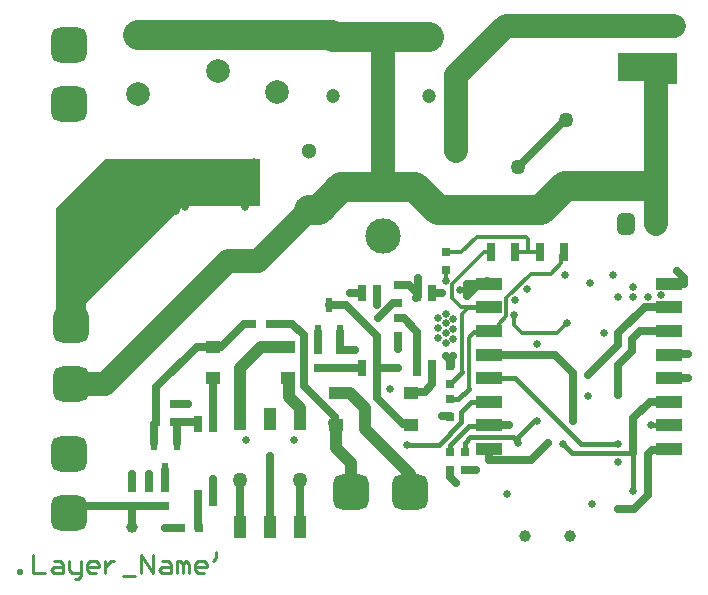
<source format=gtl>
G04*
G04 #@! TF.GenerationSoftware,Altium Limited,Altium Designer,19.0.14 (431)*
G04*
G04 Layer_Physical_Order=1*
G04 Layer_Color=255*
%FSLAX25Y25*%
%MOIN*%
G70*
G01*
G75*
%ADD15C,0.01000*%
%ADD23R,0.03000X0.03000*%
%ADD24R,0.03150X0.06000*%
%ADD25R,0.03000X0.03000*%
%ADD26R,0.08858X0.03937*%
%ADD27R,0.02362X0.04528*%
%ADD28R,0.03937X0.07480*%
%ADD29R,0.04724X0.03937*%
%ADD30R,0.03150X0.05512*%
%ADD31C,0.03937*%
%ADD32R,0.01575X0.02756*%
%ADD50C,0.01500*%
%ADD51C,0.01200*%
%ADD52C,0.08000*%
%ADD53C,0.02500*%
%ADD54C,0.04000*%
%ADD55C,0.10000*%
%ADD56C,0.11811*%
G04:AMPARAMS|DCode=57|XSize=118.11mil|YSize=118.11mil|CornerRadius=29.53mil|HoleSize=0mil|Usage=FLASHONLY|Rotation=0.000|XOffset=0mil|YOffset=0mil|HoleType=Round|Shape=RoundedRectangle|*
%AMROUNDEDRECTD57*
21,1,0.11811,0.05906,0,0,0.0*
21,1,0.05906,0.11811,0,0,0.0*
1,1,0.05906,0.02953,-0.02953*
1,1,0.05906,-0.02953,-0.02953*
1,1,0.05906,-0.02953,0.02953*
1,1,0.05906,0.02953,0.02953*
%
%ADD57ROUNDEDRECTD57*%
%ADD58C,0.05118*%
%ADD59C,0.04724*%
%ADD60C,0.07874*%
G04:AMPARAMS|DCode=61|XSize=118.11mil|YSize=118.11mil|CornerRadius=29.53mil|HoleSize=0mil|Usage=FLASHONLY|Rotation=270.000|XOffset=0mil|YOffset=0mil|HoleType=Round|Shape=RoundedRectangle|*
%AMROUNDEDRECTD61*
21,1,0.11811,0.05906,0,0,270.0*
21,1,0.05906,0.11811,0,0,270.0*
1,1,0.05906,-0.02953,-0.02953*
1,1,0.05906,-0.02953,0.02953*
1,1,0.05906,0.02953,0.02953*
1,1,0.05906,0.02953,-0.02953*
%
%ADD61ROUNDEDRECTD61*%
G04:AMPARAMS|DCode=62|XSize=59.06mil|YSize=70.87mil|CornerRadius=14.76mil|HoleSize=0mil|Usage=FLASHONLY|Rotation=0.000|XOffset=0mil|YOffset=0mil|HoleType=Round|Shape=RoundedRectangle|*
%AMROUNDEDRECTD62*
21,1,0.05906,0.04134,0,0,0.0*
21,1,0.02953,0.07087,0,0,0.0*
1,1,0.02953,0.01476,-0.02067*
1,1,0.02953,-0.01476,-0.02067*
1,1,0.02953,-0.01476,0.02067*
1,1,0.02953,0.01476,0.02067*
%
%ADD62ROUNDEDRECTD62*%
%ADD63C,0.02500*%
%ADD64C,0.05000*%
G36*
X82000Y114000D02*
X56500Y114000D01*
X24000Y81500D01*
Y69000D01*
X14000D01*
X14000Y113000D01*
X30500Y129500D01*
X82000Y129500D01*
X82000Y114000D01*
D02*
G37*
G36*
X221000Y154500D02*
X214000D01*
X213000Y155500D01*
X201500D01*
Y165000D01*
X221000D01*
Y154500D01*
D02*
G37*
D15*
X1500Y-8500D02*
Y-7500D01*
X2500D01*
Y-8500D01*
X1500D01*
X6498Y-2502D02*
Y-8500D01*
X10497D01*
X13496Y-4501D02*
X15495D01*
X16495Y-5501D01*
Y-8500D01*
X13496D01*
X12496Y-7500D01*
X13496Y-6501D01*
X16495D01*
X18495Y-4501D02*
Y-7500D01*
X19494Y-8500D01*
X22493D01*
Y-9500D01*
X21494Y-10499D01*
X20494D01*
X22493Y-8500D02*
Y-4501D01*
X27492Y-8500D02*
X25492D01*
X24493Y-7500D01*
Y-5501D01*
X25492Y-4501D01*
X27492D01*
X28491Y-5501D01*
Y-6501D01*
X24493D01*
X30491Y-4501D02*
Y-8500D01*
Y-6501D01*
X31490Y-5501D01*
X32490Y-4501D01*
X33490D01*
X36489Y-9500D02*
X40487D01*
X42487Y-8500D02*
Y-2502D01*
X46485Y-8500D01*
Y-2502D01*
X49485Y-4501D02*
X51484D01*
X52483Y-5501D01*
Y-8500D01*
X49485D01*
X48485Y-7500D01*
X49485Y-6501D01*
X52483D01*
X54483Y-8500D02*
Y-4501D01*
X55483D01*
X56482Y-5501D01*
Y-8500D01*
Y-5501D01*
X57482Y-4501D01*
X58482Y-5501D01*
Y-8500D01*
X63480D02*
X61481D01*
X60481Y-7500D01*
Y-5501D01*
X61481Y-4501D01*
X63480D01*
X64480Y-5501D01*
Y-6501D01*
X60481D01*
X67479Y-1502D02*
Y-3502D01*
X66479Y-4501D01*
D23*
X143900Y92452D02*
D03*
Y98452D02*
D03*
X47500Y48000D02*
D03*
X53500D02*
D03*
X108740Y66048D02*
D03*
Y60048D02*
D03*
X101260Y59952D02*
D03*
Y65952D02*
D03*
X128000Y70500D02*
D03*
Y76500D02*
D03*
Y87548D02*
D03*
Y81548D02*
D03*
X145500Y54452D02*
D03*
Y60452D02*
D03*
Y43752D02*
D03*
Y49752D02*
D03*
X150400Y26052D02*
D03*
Y32052D02*
D03*
X145500Y32048D02*
D03*
Y26048D02*
D03*
X50500Y20048D02*
D03*
Y14048D02*
D03*
D24*
X159099Y98500D02*
D03*
X167099D02*
D03*
X183501Y98500D02*
D03*
X175501D02*
D03*
D25*
X85448Y74600D02*
D03*
X79448D02*
D03*
X47452Y42000D02*
D03*
X53452D02*
D03*
X45000Y20000D02*
D03*
Y14000D02*
D03*
X39500D02*
D03*
Y20000D02*
D03*
X61548Y6500D02*
D03*
X55548D02*
D03*
D26*
X158480Y88059D02*
D03*
Y80185D02*
D03*
Y72311D02*
D03*
Y64437D02*
D03*
Y56563D02*
D03*
Y48689D02*
D03*
Y40815D02*
D03*
Y32941D02*
D03*
X218520D02*
D03*
Y40815D02*
D03*
Y48689D02*
D03*
Y56563D02*
D03*
Y64437D02*
D03*
Y72311D02*
D03*
Y80185D02*
D03*
Y88059D02*
D03*
D27*
X54240Y34929D02*
D03*
X46760D02*
D03*
X50500Y26071D02*
D03*
X101260Y72071D02*
D03*
X108740D02*
D03*
X105000Y80929D02*
D03*
D28*
X95500Y42992D02*
D03*
X85500D02*
D03*
Y7008D02*
D03*
X75500D02*
D03*
X95500D02*
D03*
X75500Y42992D02*
D03*
D29*
X132500Y41000D02*
D03*
Y51512D02*
D03*
X107303Y41000D02*
D03*
Y51512D02*
D03*
X66303Y67000D02*
D03*
Y56488D02*
D03*
X91500Y67000D02*
D03*
Y56488D02*
D03*
D30*
X66500Y41402D02*
D03*
X61500D02*
D03*
X66500Y16598D02*
D03*
X61500D02*
D03*
X116000Y60098D02*
D03*
X121000D02*
D03*
X116000Y84902D02*
D03*
X121000D02*
D03*
X139500D02*
D03*
X134500D02*
D03*
X139500Y60098D02*
D03*
X134500D02*
D03*
D31*
X39500Y7000D02*
D03*
X185500Y4000D02*
D03*
X170500D02*
D03*
D32*
X128000Y59966D02*
D03*
Y66265D02*
D03*
D50*
X145500Y49452D02*
X147952D01*
X151744Y80244D02*
X157461D01*
X141600Y34400D02*
X149100Y41900D01*
X131200Y34400D02*
X141600D01*
X212300Y40815D02*
X218520D01*
X206500Y31185D02*
Y31500D01*
Y19000D02*
Y31185D01*
X186200Y31500D02*
X206500D01*
X183000Y34700D02*
X186200Y31500D01*
X173400Y42300D02*
X174300D01*
X168075Y36975D02*
X173400Y42300D01*
X168075Y35175D02*
Y36975D01*
X168000Y35100D02*
X168075Y35175D01*
X167137Y56563D02*
X189200Y34500D01*
X201500D01*
X158480Y56563D02*
X167137D01*
X166300Y36800D02*
X168000Y35100D01*
X152200Y36800D02*
X166300D01*
X212000Y48700D02*
X212011Y48689D01*
X150400Y35000D02*
X152200Y36800D01*
X150400Y32052D02*
Y35000D01*
X151800Y40500D02*
X158165D01*
X145500Y34200D02*
X151800Y40500D01*
X145500Y32048D02*
Y34200D01*
X149100Y41900D02*
Y45403D01*
X158165Y40500D02*
X158480Y40815D01*
X149100Y45403D02*
X152386Y48689D01*
X158480D01*
X147952Y49452D02*
X151600Y53100D01*
X153500Y72000D02*
X157091D01*
X157461Y72370D01*
X145500Y54452D02*
X149500Y58452D01*
D51*
X164150Y77150D02*
Y83115D01*
X161767Y74766D02*
X164150Y77150D01*
X161767Y73680D02*
Y74766D01*
X164150Y83115D02*
X172435Y91400D01*
X182526Y94926D02*
Y97525D01*
X179000Y91400D02*
X182526Y94926D01*
X172435Y91400D02*
X179000D01*
X182526Y97525D02*
X183501Y98500D01*
X160398Y72311D02*
X161767Y73680D01*
X158480Y72311D02*
X160398D01*
X149500Y78000D02*
X151744Y80244D01*
X149156D02*
X151744D01*
X146100Y83300D02*
X149156Y80244D01*
X146100Y83300D02*
Y87835D01*
X156765Y98500D01*
X159099D01*
X171300Y98500D02*
X175501D01*
X167099D02*
X171300D01*
X170700Y103600D02*
X171300Y103000D01*
Y98500D02*
Y103000D01*
X167099Y98500D02*
X167099Y98500D01*
X175501D02*
Y99925D01*
X154300Y103600D02*
X170700D01*
X149152Y98452D02*
X154300Y103600D01*
X143900Y98452D02*
X149152D01*
X143900Y89100D02*
Y92452D01*
X166600Y74400D02*
X169311Y71689D01*
X166600Y74400D02*
Y77500D01*
X151600Y53100D02*
Y70100D01*
X153500Y72000D01*
X149500Y58452D02*
Y78000D01*
X169311Y71689D02*
X181189D01*
X184500Y75000D01*
D52*
X213921Y157902D02*
X216020Y160000D01*
X123000Y120200D02*
Y170311D01*
X213921Y117500D02*
Y157902D01*
Y108000D02*
Y117500D01*
X210921Y120500D02*
X213921Y117500D01*
X71500Y95500D02*
X81343D01*
X30500Y54500D02*
X71500Y95500D01*
X19000Y54500D02*
X30500D01*
X81343Y95500D02*
X98500Y112657D01*
X147500Y132343D02*
Y157500D01*
X214500Y174000D02*
X220000D01*
X209000D02*
X214500D01*
X203000D02*
X209000D01*
X164000D02*
X203000D01*
X147500Y157500D02*
X164000Y174000D01*
D53*
X151000Y84000D02*
Y88000D01*
X144000Y64000D02*
X145250Y62750D01*
X139500Y84803D02*
X139697Y85000D01*
X145250Y60702D02*
Y62750D01*
Y60702D02*
X145500Y60452D01*
X145750Y63250D02*
X146500Y64000D01*
X145750Y60702D02*
Y63250D01*
X145500Y60452D02*
X145750Y60702D01*
X139797Y84900D02*
X142700D01*
X139697Y85000D02*
X139797Y84900D01*
X157762Y88778D02*
X158480Y88059D01*
X151000Y88000D02*
X155000D01*
X134800Y84021D02*
Y89900D01*
X134500Y83720D02*
X134800Y84021D01*
X126248Y81548D02*
X128000D01*
X121300Y76600D02*
X126248Y81548D01*
X121000Y80900D02*
Y84902D01*
X85448Y74600D02*
X92811D01*
X96548Y70863D01*
X76600Y74600D02*
X79448D01*
X69000Y67000D02*
X76600Y74600D01*
X66303Y67000D02*
X69000D01*
X96548Y53952D02*
Y70863D01*
X154341Y87340D02*
X155000Y88000D01*
X151000Y84000D02*
X154341Y87340D01*
X107000Y41303D02*
Y43500D01*
X96548Y53952D02*
X107000Y43500D01*
Y41303D02*
X107303Y41000D01*
X106191Y41719D02*
X106909Y41000D01*
X107303D01*
X204079Y107532D02*
Y108000D01*
X145500Y23700D02*
Y26048D01*
Y23700D02*
X147500Y21700D01*
X142600Y43800D02*
X145452D01*
X145500Y43752D01*
X136800Y51846D02*
Y51900D01*
Y51846D02*
X136823Y51823D01*
X136800Y51900D02*
X136900D01*
X139500Y54500D01*
X132811Y51823D02*
X136823D01*
X150448Y26100D02*
X154200D01*
X150400Y26052D02*
X150448Y26100D01*
X134500Y83720D02*
Y84902D01*
X183600Y142500D02*
X184000D01*
X168200Y127100D02*
X183600Y142500D01*
X221000Y92400D02*
X223500Y89900D01*
X217618Y88000D02*
X223500D01*
Y89900D01*
X154341Y87340D02*
X157762D01*
X158480Y88059D01*
X206550Y13000D02*
X211250Y17700D01*
X201500Y13000D02*
X206550D01*
X211250Y17700D02*
Y31265D01*
X212715Y32730D01*
X218309D01*
X218520Y32941D01*
X206500Y31500D02*
Y43200D01*
X158480Y64437D02*
X180463D01*
X186500Y58400D01*
Y42200D02*
Y58400D01*
X172245Y29245D02*
X178000Y35000D01*
X158480Y29245D02*
X172245D01*
X206500Y43200D02*
X212000Y48700D01*
X158480Y40815D02*
X164900D01*
X212011Y48689D02*
X218520D01*
X158480Y29245D02*
Y32941D01*
X218583Y56500D02*
X224600D01*
X218520Y56563D02*
X218583Y56500D01*
Y64500D02*
X224600D01*
X218520Y64437D02*
X218583Y64500D01*
X206000Y65500D02*
Y69500D01*
X201500Y61000D02*
X206000Y65500D01*
X208870Y72370D02*
X217500D01*
X210244Y80244D02*
X217500D01*
X206000Y69500D02*
X208870Y72370D01*
X201500Y51000D02*
Y61000D01*
X191500Y57500D02*
X201500Y67500D01*
Y71500D01*
X217500Y88118D02*
X217618Y88000D01*
X201500Y71500D02*
X210244Y80244D01*
X145500Y60559D02*
Y63000D01*
X108740Y66048D02*
X113783D01*
X132500Y51512D02*
X132811Y51823D01*
X139500Y54500D02*
Y60098D01*
X112000Y85000D02*
X115902D01*
X116000Y84902D01*
X110571Y80929D02*
X121000Y70500D01*
X105000Y80929D02*
X110571D01*
X129683Y41317D02*
X132500D01*
X121000Y50000D02*
X129683Y41317D01*
X132994Y86408D02*
X134500Y84902D01*
X131854Y87548D02*
X132994Y86408D01*
X134500Y84902D02*
Y86083D01*
X134175Y86408D02*
X134500Y86083D01*
X132994Y86408D02*
X134175D01*
X128000Y87548D02*
X131854D01*
X134500Y60098D02*
Y72000D01*
X130000Y76500D02*
X134500Y72000D01*
X128000Y76500D02*
X130000D01*
X134175Y83396D02*
X134500Y83720D01*
X128000Y66265D02*
Y70500D01*
X127665Y59966D02*
X128000D01*
X127533Y60098D02*
X127665Y59966D01*
X121000Y60098D02*
X127533D01*
X121000Y50000D02*
Y60098D01*
X66303Y48000D02*
X66500Y47803D01*
Y41402D02*
Y47803D01*
X66303Y48000D02*
Y56488D01*
X53500Y48000D02*
X58000D01*
X45000Y20000D02*
Y24500D01*
X39500Y20000D02*
Y24500D01*
X66500Y16598D02*
Y23000D01*
X85500Y30000D02*
Y30500D01*
Y7008D02*
Y30000D01*
X95500Y7008D02*
Y22500D01*
X75500Y7008D02*
Y22500D01*
X50500Y6500D02*
X55548D01*
X61452D02*
Y16551D01*
X61500Y16598D01*
X18500Y11500D02*
X21000Y14000D01*
X39500D01*
Y7000D02*
Y14000D01*
X45000D01*
X45048Y14048D01*
X50500D01*
Y20048D02*
Y26071D01*
X53452Y42000D02*
X54240Y41212D01*
Y34929D02*
Y41212D01*
X61500Y41402D02*
Y41675D01*
X61175Y42000D02*
X61500Y41675D01*
X53452Y42000D02*
X61175D01*
X46760Y41308D02*
X47452Y42000D01*
X46760Y34929D02*
Y41308D01*
X47452Y42000D02*
X47500Y42048D01*
Y48000D01*
Y53500D01*
X61000Y67000D01*
X66303D01*
X108644Y59952D02*
X108740Y60048D01*
X101260Y59952D02*
X108644D01*
X115949Y60048D02*
X116000Y60098D01*
X108740Y60048D02*
X115949D01*
X121000Y60098D02*
Y70500D01*
X108740Y66048D02*
Y72071D01*
X101260Y65952D02*
Y72071D01*
D54*
X112500Y20500D02*
X114500Y18500D01*
X95500Y42992D02*
Y46700D01*
X91862Y50338D02*
X95500Y46700D01*
X91862Y50338D02*
Y56457D01*
X132000Y20685D02*
X134185Y18500D01*
X132000Y20685D02*
Y24500D01*
X117000Y39500D02*
X132000Y24500D01*
X117000Y39500D02*
Y46500D01*
X107303Y33382D02*
X112500Y28185D01*
Y20500D02*
Y28185D01*
X107303Y33382D02*
Y39169D01*
X108803Y51512D02*
X111988D01*
X117000Y46500D01*
X82500Y67000D02*
X91500D01*
X75500Y60000D02*
X82500Y67000D01*
X75500Y42992D02*
Y60000D01*
X91500Y56488D02*
X91831D01*
X91862Y56457D01*
D55*
X183700Y120500D02*
X210921D01*
X175857Y112657D02*
X183700Y120500D01*
X147500Y112657D02*
X175857D01*
X133800Y120200D02*
X141342Y112657D01*
X123000Y120200D02*
X133800D01*
X109200D02*
X123000D01*
X101657Y112657D02*
X109200Y120200D01*
X123000Y170311D02*
X138433D01*
X106500D02*
X123000D01*
X105878Y170933D02*
X106500Y170311D01*
X41500Y170933D02*
X105878D01*
X141342Y112657D02*
X147500D01*
X98500D02*
X101657D01*
D56*
X123000Y104100D02*
D03*
D57*
X132185Y18500D02*
D03*
X112500D02*
D03*
D58*
X147500Y112657D02*
D03*
Y132343D02*
D03*
X98500Y112657D02*
D03*
Y132343D02*
D03*
D59*
X138433Y170311D02*
D03*
Y150626D02*
D03*
X106500Y170311D02*
D03*
Y150626D02*
D03*
D60*
X68000Y159000D02*
D03*
X87685Y151913D02*
D03*
X41500Y170933D02*
D03*
Y151248D02*
D03*
D61*
X18500Y147815D02*
D03*
Y167500D02*
D03*
Y11500D02*
D03*
Y31185D02*
D03*
X19000Y54500D02*
D03*
Y74185D02*
D03*
D62*
X204079Y108000D02*
D03*
X213921D02*
D03*
D63*
X148800Y86000D02*
D03*
X143900Y89100D02*
D03*
X142700Y84900D02*
D03*
X151000Y88000D02*
D03*
X134800Y89900D02*
D03*
X121000Y80900D02*
D03*
X121300Y76600D02*
D03*
X147500Y21700D02*
D03*
X142600Y43800D02*
D03*
X131200Y34400D02*
D03*
X136800Y51900D02*
D03*
X154200Y26100D02*
D03*
X170900Y86300D02*
D03*
X166600Y77500D02*
D03*
X167000Y82500D02*
D03*
X206500Y86900D02*
D03*
Y83720D02*
D03*
X221000Y92400D02*
D03*
X215600Y84200D02*
D03*
X223500Y88000D02*
D03*
X199700Y91000D02*
D03*
X212300Y40815D02*
D03*
X186500Y42200D02*
D03*
X174300Y42300D02*
D03*
X206500Y19000D02*
D03*
X183000Y34700D02*
D03*
X164900Y40815D02*
D03*
X178000Y35000D02*
D03*
X168000Y35100D02*
D03*
X158480Y29245D02*
D03*
X212000Y48700D02*
D03*
X224600Y56500D02*
D03*
Y64500D02*
D03*
X164306Y17798D02*
D03*
X191500Y57500D02*
D03*
X201500Y51000D02*
D03*
X211250Y83720D02*
D03*
X146500Y64000D02*
D03*
X144000D02*
D03*
X151000Y84000D02*
D03*
X141500Y76500D02*
D03*
X201500Y34500D02*
D03*
Y13000D02*
D03*
X113783Y66048D02*
D03*
X174500Y68000D02*
D03*
X191952Y88250D02*
D03*
X183750Y91000D02*
D03*
X125500Y53000D02*
D03*
X141500Y69952D02*
D03*
Y73189D02*
D03*
X146500Y69763D02*
D03*
Y73000D02*
D03*
Y76311D02*
D03*
X144000Y74811D02*
D03*
Y77811D02*
D03*
Y71500D02*
D03*
Y68263D02*
D03*
X191500Y50500D02*
D03*
X192798Y14500D02*
D03*
X184500Y75000D02*
D03*
X196548Y71689D02*
D03*
X201500Y83500D02*
D03*
Y28452D02*
D03*
X112000Y85000D02*
D03*
X66303Y48000D02*
D03*
X58000D02*
D03*
X45000Y24500D02*
D03*
X39500D02*
D03*
X66500Y23000D02*
D03*
X77500Y36000D02*
D03*
X93500D02*
D03*
X54000Y128000D02*
D03*
X80000Y128500D02*
D03*
Y125250D02*
D03*
Y122000D02*
D03*
Y115750D02*
D03*
Y119000D02*
D03*
X77000Y126500D02*
D03*
Y123250D02*
D03*
Y120000D02*
D03*
Y113750D02*
D03*
Y117000D02*
D03*
X74000Y128000D02*
D03*
Y124750D02*
D03*
Y121500D02*
D03*
Y115250D02*
D03*
Y118500D02*
D03*
X60000Y128000D02*
D03*
Y124750D02*
D03*
Y121500D02*
D03*
Y115250D02*
D03*
Y118500D02*
D03*
X57000Y126500D02*
D03*
Y123250D02*
D03*
Y120000D02*
D03*
Y113750D02*
D03*
Y117000D02*
D03*
X54000Y115500D02*
D03*
Y112250D02*
D03*
X50500Y114500D02*
D03*
Y111500D02*
D03*
Y117500D02*
D03*
Y6500D02*
D03*
X85500Y30000D02*
D03*
X50500Y126500D02*
D03*
Y120500D02*
D03*
Y123500D02*
D03*
X54000Y118500D02*
D03*
Y121750D02*
D03*
Y125000D02*
D03*
D64*
X168200Y127100D02*
D03*
X210000Y162000D02*
D03*
X95500Y22500D02*
D03*
X75500D02*
D03*
X184000Y142500D02*
D03*
X204079Y162000D02*
D03*
X203000Y174000D02*
D03*
X209000D02*
D03*
X214500D02*
D03*
X220000D02*
D03*
M02*

</source>
